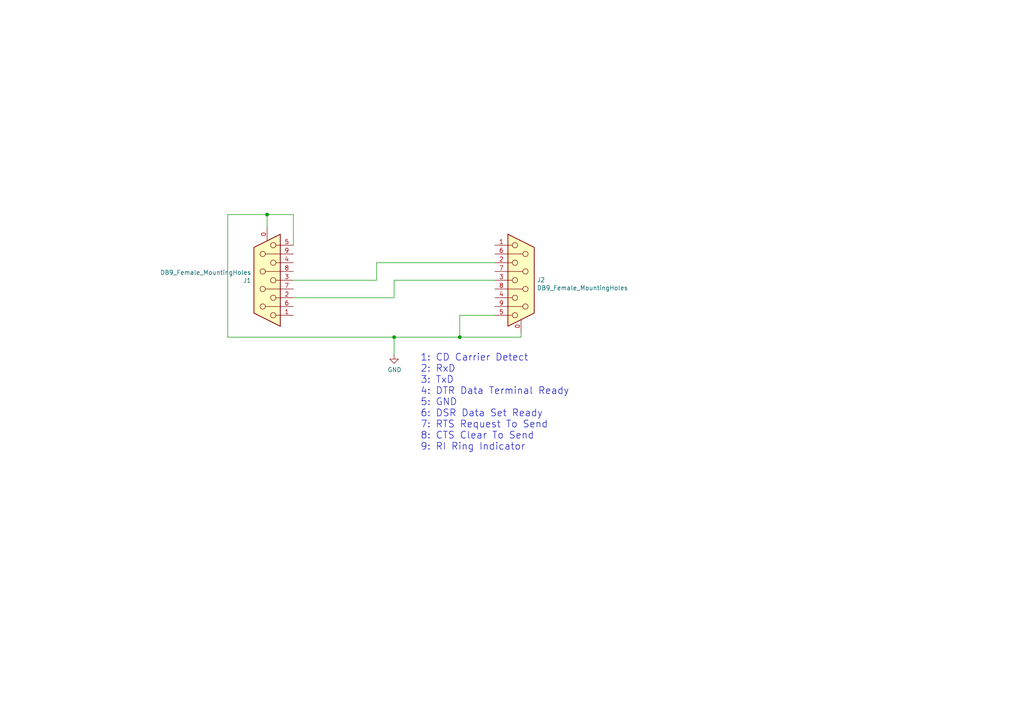
<source format=kicad_sch>
(kicad_sch (version 20211123) (generator eeschema)
  (paper "A4")
  (lib_symbols
    (symbol "Connector:DB9_Female_MountingHoles" (pin_names (offset 1.016) hide)
      (property "Reference" "J" (at 0 16.51 0))
      (property "Value" "DB9_Female_MountingHoles" (at 0 14.605 0))
      (symbol "DB9_Female_MountingHoles_0_1"
        (circle (center -1.778 -10.16) (radius 0.762))
        (circle (center -1.778 -5.08) (radius 0.762))
        (circle (center -1.778 0) (radius 0.762))
        (circle (center -1.778 5.08) (radius 0.762))
        (circle (center -1.778 10.16) (radius 0.762))
        (polyline (pts (xy -3.81 -10.16) (xy -2.54 -10.16)))
        (polyline (pts (xy -3.81 -7.62) (xy 0.508 -7.62)))
        (polyline (pts (xy -3.81 -5.08) (xy -2.54 -5.08)))
        (polyline (pts (xy -3.81 -2.54) (xy 0.508 -2.54)))
        (polyline (pts (xy -3.81 0) (xy -2.54 0)))
        (polyline (pts (xy -3.81 2.54) (xy 0.508 2.54)))
        (polyline (pts (xy -3.81 5.08) (xy -2.54 5.08)))
        (polyline (pts (xy -3.81 7.62) (xy 0.508 7.62)))
        (polyline (pts (xy -3.81 10.16) (xy -2.54 10.16)))
        (polyline (pts (xy -3.81 13.335) (xy -3.81 -13.335) (xy 3.81 -9.525) (xy 3.81 9.525) (xy -3.81 13.335)) (stroke (width 0.254)) (fill (type background)))
        (circle (center 1.27 -7.62) (radius 0.762))
        (circle (center 1.27 -2.54) (radius 0.762))
        (circle (center 1.27 2.54) (radius 0.762))
        (circle (center 1.27 7.62) (radius 0.762))
      )
      (symbol "DB9_Female_MountingHoles_1_1"
        (pin passive line (at 0 -15.24 90) (length 3.81) (name "PAD") (number "0"))
        (pin passive line (at -7.62 10.16 0) (length 3.81) (name "1") (number "1"))
        (pin passive line (at -7.62 5.08 0) (length 3.81) (name "2") (number "2"))
        (pin passive line (at -7.62 0 0) (length 3.81) (name "3") (number "3"))
        (pin passive line (at -7.62 -5.08 0) (length 3.81) (name "4") (number "4"))
        (pin passive line (at -7.62 -10.16 0) (length 3.81) (name "5") (number "5"))
        (pin passive line (at -7.62 7.62 0) (length 3.81) (name "6") (number "6"))
        (pin passive line (at -7.62 2.54 0) (length 3.81) (name "7") (number "7"))
        (pin passive line (at -7.62 -2.54 0) (length 3.81) (name "8") (number "8"))
        (pin passive line (at -7.62 -7.62 0) (length 3.81) (name "9") (number "9"))
      )
    )
    (symbol "power:GND" (power) (pin_names (offset 0))
      (property "Value" "GND" (at 0 -3.81 0))
      (symbol "GND_0_1"
        (polyline (pts (xy 0 0) (xy 0 -1.27) (xy 1.27 -1.27) (xy 0 -2.54) (xy -1.27 -1.27) (xy 0 -1.27)))
      )
      (symbol "GND_1_1"
        (pin power_in line (at 0 0 270) (length 0) hide (name "GND") (number "1"))
      )
    )
  )
  (junction (at 77.47 62.23))
  (junction (at 133.35 97.79))
  (junction (at 114.3 97.79))
  (wire (pts (xy 114.3 81.28) (xy 114.3 86.36)))
  (wire (pts (xy 151.13 96.52) (xy 151.13 97.79)))
  (wire (pts (xy 133.35 97.79) (xy 151.13 97.79)))
  (wire (pts (xy 114.3 81.28) (xy 143.51 81.28)))
  (wire (pts (xy 85.09 71.12) (xy 85.09 62.23)))
  (wire (pts (xy 114.3 97.79) (xy 114.3 102.87)))
  (wire (pts (xy 85.09 62.23) (xy 77.47 62.23)))
  (wire (pts (xy 109.22 76.2) (xy 109.22 81.28)))
  (wire (pts (xy 85.09 81.28) (xy 109.22 81.28)))
  (wire (pts (xy 85.09 86.36) (xy 114.3 86.36)))
  (wire (pts (xy 77.47 66.04) (xy 77.47 62.23)))
  (wire (pts (xy 109.22 76.2) (xy 143.51 76.2)))
  (wire (pts (xy 133.35 91.44) (xy 133.35 97.79)))
  (wire (pts (xy 66.04 97.79) (xy 114.3 97.79)))
  (wire (pts (xy 133.35 97.79) (xy 114.3 97.79)))
  (wire (pts (xy 133.35 91.44) (xy 143.51 91.44)))
  (wire (pts (xy 66.04 62.23) (xy 66.04 97.79)))
  (wire (pts (xy 77.47 62.23) (xy 66.04 62.23)))
  (text "1: CD Carrier Detect\n2: RxD\n3: TxD\n4: DTR Data Terminal Ready\n5: GND\n6: DSR Data Set Ready\n7: RTS Request To Send\n8: CTS Clear To Send\n9: RI Ring Indicator" (at 121.92 130.81 0) (effects (font (size 2.0066 2.0066)) (justify left bottom)))
  (symbol (lib_id "Connector:DB9_Female_MountingHoles") (at 151.13 81.28 0) (unit 1)
    (property "Reference" "J2" (at 155.702 81.2038 0) (effects (justify left)))
    (property "Value" "DB9_Female_MountingHoles" (at 155.702 83.5152 0) (effects (justify left)))
    (property "Footprint" "WiRoc:DSUB-9_Female_Horizontal_P2.77x2.84mm_Edge_offset6.96mm_centered_Edge8.08mm" (effects hide))
    (property "Datasheet" " ~" (effects hide))
  )
  (symbol (lib_id "power:GND") (at 114.3 102.87 0) (unit 1)
    (property "Reference" "#PWR01" (effects hide))
    (property "Value" "GND" (at 114.427 107.2642 0))
  )
  (symbol (lib_id "Connector:DB9_Female_MountingHoles") (at 77.47 81.28 180) (unit 1)
    (property "Reference" "J1" (at 72.898 81.3562 0) (effects (justify left)))
    (property "Value" "DB9_Female_MountingHoles" (at 72.898 79.0448 0) (effects (justify left)))
    (property "Footprint" "WiRoc:DSUB-9_Female_Horizontal_P2.77x2.84mm_Edge_offset6.96mm_centered_Edge8.08mm" (effects hide))
    (property "Datasheet" " ~" (effects hide))
  )
)
</source>
